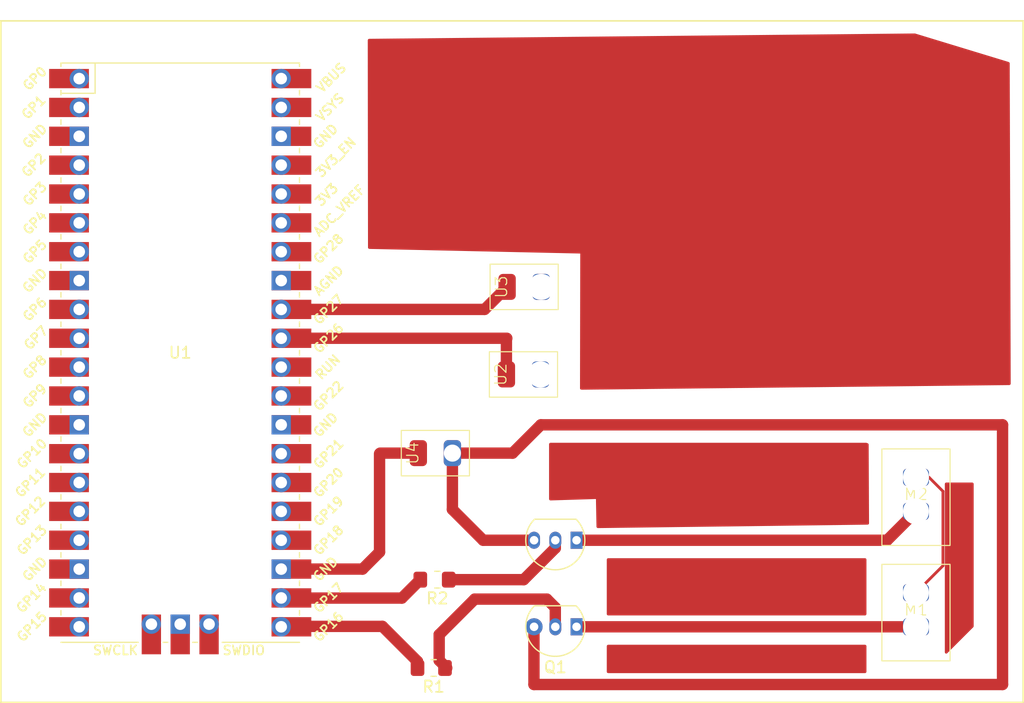
<source format=kicad_pcb>
(kicad_pcb (version 20221018) (generator pcbnew)
  (layers (0 "F.Cu" signal) (31 "B.Cu" signal) (34 "B.Paste" user) (35 "F.Paste" user) (36 "B.SilkS" user "B.Silkscreen") (37 "F.SilkS" user "F.Silkscreen") (38 "B.Mask" user) (39 "F.Mask" user) (44 "Edge.Cuts" user))
  (net 0 "")
  (net 1 "+9V")
  (net 2 "Net-(Q1-C)")
  (net 3 "Net-(Q2-C)")
  (net 4 "Net-(Q1-B)")
  (net 5 "Net-(Q1-E)")
  (net 6 "Net-(Q2-B)")
  (net 7 "Net-(U1-GPIO16)")
  (net 8 "Net-(U1-GPIO17)")
  (net 36 "Net-(U1-GPIO26_ADC0)")
  (net 37 "Net-(U1-GPIO27_ADC1)")
  (net 51 "Net-(U4-in)")
  (footprint "Resistor_SMD:R_0805_2012Metric_Pad1.20x1.40mm_HandSolder" (layer "F.Cu") (at 58.745482 179.689818 180)
    (fp_text reference "R2" (at 0 -1.65) (layer "F.SilkS"))
    (fp_text value "1k" hide)
    (fp_line (start -0.227064 -0.735) (end 0.227064 -0.735) (stroke (width 0.12)) (layer "F.SilkS"))
    (fp_line (start -0.227064 0.735) (end 0.227064 0.735) (stroke (width 0.12)) (layer "F.SilkS"))
    (pad "1" smd roundrect (at -1 0 180) (size 1.2 1.4) (layers "F.Cu" "F.Paste" "F.Mask") (roundrect_rratio 0.2083333333) (net 6 "Net-(Q2-B)"))
    (pad "2" smd roundrect (at 1.5 0 180) (size 1.2 1.4) (layers "F.Cu" "F.Paste" "F.Mask") (roundrect_rratio 0.2083333333) (net 8 "Net-(U1-GPIO17)"))
  )
  (footprint "Resistor_SMD:R_0805_2012Metric_Pad1.20x1.40mm_HandSolder" (layer "F.Cu") (at 58.42 187.465119 180)
    (fp_text reference "R1" (at 0 -1.65) (layer "F.SilkS"))
    (fp_text value "1k")
    (fp_line (start -0.227064 -0.735) (end 0.227064 -0.735) (stroke (width 0.12)) (layer "F.SilkS"))
    (fp_line (start -0.227064 0.735) (end 0.227064 0.735) (stroke (width 0.12)) (layer "F.SilkS"))
    (pad "1" smd roundrect (at -1 0 180) (size 1.2 1.4) (layers "F.Cu" "F.Paste" "F.Mask") (roundrect_rratio 0.2083333333) (net 4 "Net-(Q1-B)"))
    (pad "2" smd roundrect (at 1.42 0 180) (size 1.2 1.4) (layers "F.Cu" "F.Paste" "F.Mask") (roundrect_rratio 0.2083333333) (net 7 "Net-(U1-GPIO16)"))
  )
  (footprint "personalizado:punto para conectar" (layer "F.Cu") (at 57.072142 168.552211 90)
    (fp_text reference "U4" (at 0 -0.5 90 unlocked) (layer "F.SilkS") (effects (font (thickness 0.1))))
    (fp_text value "~")
    (fp_rect (start 2 -1.5) (end -2 4.5) (stroke (width 0.1)) (fill none) (layer "F.SilkS"))
    (pad "1" smd roundrect (at 0 0 90) (size 2.286 1.524) (layers "F.Cu" "F.Paste" "F.Mask") (net 51 "Net-(U4-in)") (clearance 0.5))
    (pad "2" thru_hole roundrect (at 0 3 90) (size 2.286 1.524) (drill 1.5) (layers "*.Cu" "*.Mask" "F.Paste") (net 5 "Net-(Q1-E)") (clearance 0.5))
  )
  (footprint "personalizado:punto para conectar" (layer "F.Cu") (at 64.887248 153.916838 90)
    (fp_text reference "U3" (at 0 -0.5 90 unlocked) (layer "F.SilkS") (effects (font (thickness 0.1))))
    (fp_text value "~")
    (fp_rect (start 2 -1.5) (end -2 4.5) (stroke (width 0.1)) (fill none) (layer "F.SilkS"))
    (pad "1" smd roundrect (at 0 0 90) (size 2.286 1.524) (layers "F.Cu" "F.Paste" "F.Mask") (net 37 "Net-(U1-GPIO27_ADC1)") (clearance 0.5))
    (pad "2" thru_hole roundrect (at 0 3 90) (size 2.286 1.524) (drill 2.5) (layers "*.Cu" "*.Mask") (clearance 0.5))
  )
  (footprint "personalizado:paso a paso" (layer "F.Cu") (at 100.88 172.68)
    (fp_text reference "M2" (at 0 -0.5 unlocked) (layer "F.SilkS") (effects (font (thickness 0.1))))
    (fp_text value "Motor_AC" hide)
    (fp_rect (start 3 -4.5) (end -3 4) (stroke (width 0.1)) (fill none) (layer "F.SilkS"))
    (pad "1" thru_hole roundrect (at 0 -2) (size 2.286 1.524) (drill 2.5) (layers "*.Cu" "*.Mask") (net 1 "+9V") (clearance 1))
    (pad "2" thru_hole roundrect (at 0 1) (size 2.286 1.524) (drill 2.5) (layers "*.Cu" "*.Mask") (net 3 "Net-(Q2-C)") (clearance 1))
  )
  (footprint "Package_TO_SOT_THT:TO-92_Inline" (layer "F.Cu") (at 70.4 176.22 180)
    (fp_text reference "Q2" hide)
    (fp_text value "BC337")
    (fp_line (start -0.53 1.85) (end 3.07 1.85) (stroke (width 0.12)) (layer "F.SilkS"))
    (fp_arc (start -0.568478 1.838478) (mid -1.132087 -0.994977) (end 1.27 -2.6) (stroke (width 0.12)) (layer "F.SilkS"))
    (fp_arc (start 1.27 -2.6) (mid 3.672087 -0.994977) (end 3.108478 1.838478) (stroke (width 0.12)) (layer "F.SilkS"))
    (pad "1" thru_hole rect (at -0.6 0 180) (size 1.05 1.5) (drill 0.75) (layers "*.Cu" "*.Mask") (net 3 "Net-(Q2-C)"))
    (pad "2" thru_hole oval (at 1.27 0 180) (size 1.05 1.5) (drill 0.75) (layers "*.Cu" "*.Mask") (net 6 "Net-(Q2-B)"))
    (pad "3" thru_hole oval (at 3.14 0 180) (size 1.05 1.5) (drill 0.75) (layers "*.Cu" "*.Mask") (net 5 "Net-(Q1-E)"))
  )
  (footprint "MCU_RaspberryPi_and_Boards:RPi_Pico_SMD_TH" (layer "F.Cu") (at 36.11 159.71)
    (fp_text reference "U1" (at 0 0) (layer "F.SilkS"))
    (fp_text value "Pico")
    (fp_text user "GP11" (at -13.2 11.43 45) (layer "F.SilkS") (effects (font (size 0.8 0.8))))
    (fp_text user "GP12" (at -13.2 13.97 45) (layer "F.SilkS") (effects (font (size 0.8 0.8))))
    (fp_text user "GP2" (at -12.9 -16.51 45) (layer "F.SilkS") (effects (font (size 0.8 0.8))))
    (fp_text user "GP27" (at 13.054 -3.8 45) (layer "F.SilkS") (effects (font (size 0.8 0.8))))
    (fp_text user "GP10" (at -13.054 8.89 45) (layer "F.SilkS") (effects (font (size 0.8 0.8))))
    (fp_text user "GP8" (at -12.8 1.27 45) (layer "F.SilkS") (effects (font (size 0.8 0.8))))
    (fp_text user "RUN" (at 13 1.27 45) (layer "F.SilkS") (effects (font (size 0.8 0.8))))
    (fp_text user "GP13" (at -13.054 16.51 45) (layer "F.SilkS") (effects (font (size 0.8 0.8))))
    (fp_text user "3V3_EN" (at 13.7 -17.2 45) (layer "F.SilkS") (effects (font (size 0.8 0.8))))
    (fp_text user "GP7" (at -12.7 -1.3 45) (layer "F.SilkS") (effects (font (size 0.8 0.8))))
    (fp_text user "GND" (at 12.8 19.05 45) (layer "F.SilkS") (effects (font (size 0.8 0.8))))
    (fp_text user "GND" (at -12.8 19.05 45) (layer "F.SilkS") (effects (font (size 0.8 0.8))))
    (fp_text user "GP0" (at -12.8 -24.13 45) (layer "F.SilkS") (effects (font (size 0.8 0.8))))
    (fp_text user "GP16" (at 13.054 24.13 45) (layer "F.SilkS") (effects (font (size 0.8 0.8))))
    (fp_text user "GND" (at -12.8 6.35 45) (layer "F.SilkS") (effects (font (size 0.8 0.8))))
    (fp_text user "GP26" (at 13.054 -1.27 45) (layer "F.SilkS") (effects (font (size 0.8 0.8))))
    (fp_text user "GP1" (at -12.9 -21.6 45) (layer "F.SilkS") (effects (font (size 0.8 0.8))))
    (fp_text user "GP19" (at 13.054 13.97 45) (layer "F.SilkS") (effects (font (size 0.8 0.8))))
    (fp_text user "SWDIO" (at 5.6 26.2) (layer "F.SilkS") (effects (font (size 0.8 0.8))))
    (fp_text user "GP6" (at -12.8 -3.81 45) (layer "F.SilkS") (effects (font (size 0.8 0.8))))
    (fp_text user "GP5" (at -12.8 -8.89 45) (layer "F.SilkS") (effects (font (size 0.8 0.8))))
    (fp_text user "VBUS" (at 13.3 -24.2 45) (layer "F.SilkS") (effects (font (size 0.8 0.8))))
    (fp_text user "GND" (at -12.8 -6.35 45) (layer "F.SilkS") (effects (font (size 0.8 0.8))))
    (fp_text user "GP21" (at 13.054 8.9 45) (layer "F.SilkS") (effects (font (size 0.8 0.8))))
    (fp_text user "GND" (at -12.8 -19.05 45) (layer "F.SilkS") (effects (font (size 0.8 0.8))))
    (fp_text user "AGND" (at 13.054 -6.35 45) (layer "F.SilkS") (effects (font (size 0.8 0.8))))
    (fp_text user "GP20" (at 13.054 11.43 45) (layer "F.SilkS") (effects (font (size 0.8 0.8))))
    (fp_text user "GP9" (at -12.8 3.81 45) (layer "F.SilkS") (effects (font (size 0.8 0.8))))
    (fp_text user "VSYS" (at 13.2 -21.59 45) (layer "F.SilkS") (effects (font (size 0.8 0.8))))
    (fp_text user "GP18" (at 13.054 16.51 45) (layer "F.SilkS") (effects (font (size 0.8 0.8))))
    (fp_text user "GP22" (at 13.054 3.81 45) (layer "F.SilkS") (effects (font (size 0.8 0.8))))
    (fp_text user "GP14" (at -13.1 21.59 45) (layer "F.SilkS") (effects (font (size 0.8 0.8))))
    (fp_text user "GP28" (at 13.054 -9.144 45) (layer "F.SilkS") (effects (font (size 0.8 0.8))))
    (fp_text user "GND" (at 12.8 -19.05 45) (layer "F.SilkS") (effects (font (size 0.8 0.8))))
    (fp_text user "GND" (at 12.8 6.35 45) (layer "F.SilkS") (effects (font (size 0.8 0.8))))
    (fp_text user "ADC_VREF" (at 14 -12.5 45) (layer "F.SilkS") (effects (font (size 0.8 0.8))))
    (fp_text user "SWCLK" (at -5.7 26.2) (layer "F.SilkS") (effects (font (size 0.8 0.8))))
    (fp_text user "3V3" (at 12.9 -13.9 45) (layer "F.SilkS") (effects (font (size 0.8 0.8))))
    (fp_text user "GP17" (at 13.054 21.59 45) (layer "F.SilkS") (effects (font (size 0.8 0.8))))
    (fp_text user "GP15" (at -13.054 24.13 45) (layer "F.SilkS") (effects (font (size 0.8 0.8))))
    (fp_text user "GP4" (at -12.8 -11.43 45) (layer "F.SilkS") (effects (font (size 0.8 0.8))))
    (fp_text user "GP3" (at -12.8 -13.97 45) (layer "F.SilkS") (effects (font (size 0.8 0.8))))
    (fp_line (start -10.5 -25.5) (end -10.5 -25.2) (stroke (width 0.12)) (layer "F.SilkS"))
    (fp_line (start -10.5 -25.5) (end 10.5 -25.5) (stroke (width 0.12)) (layer "F.SilkS"))
    (fp_line (start -10.5 -23.1) (end -10.5 -22.7) (stroke (width 0.12)) (layer "F.SilkS"))
    (fp_line (start -10.5 -22.833) (end -7.493 -22.833) (stroke (width 0.12)) (layer "F.SilkS"))
    (fp_line (start -10.5 -20.5) (end -10.5 -20.1) (stroke (width 0.12)) (layer "F.SilkS"))
    (fp_line (start -10.5 -18) (end -10.5 -17.6) (stroke (width 0.12)) (layer "F.SilkS"))
    (fp_line (start -10.5 -15.4) (end -10.5 -15) (stroke (width 0.12)) (layer "F.SilkS"))
    (fp_line (start -10.5 -12.9) (end -10.5 -12.5) (stroke (width 0.12)) (layer "F.SilkS"))
    (fp_line (start -10.5 -10.4) (end -10.5 -10) (stroke (width 0.12)) (layer "F.SilkS"))
    (fp_line (start -10.5 -7.8) (end -10.5 -7.4) (stroke (width 0.12)) (layer "F.SilkS"))
    (fp_line (start -10.5 -5.3) (end -10.5 -4.9) (stroke (width 0.12)) (layer "F.SilkS"))
    (fp_line (start -10.5 -2.7) (end -10.5 -2.3) (stroke (width 0.12)) (layer "F.SilkS"))
    (fp_line (start -10.5 -0.2) (end -10.5 0.2) (stroke (width 0.12)) (layer "F.SilkS"))
    (fp_line (start -10.5 2.3) (end -10.5 2.7) (stroke (width 0.12)) (layer "F.SilkS"))
    (fp_line (start -10.5 4.9) (end -10.5 5.3) (stroke (width 0.12)) (layer "F.SilkS"))
    (fp_line (start -10.5 7.4) (end -10.5 7.8) (stroke (width 0.12)) (layer "F.SilkS"))
    (fp_line (start -10.5 10) (end -10.5 10.4) (stroke (width 0.12)) (layer "F.SilkS"))
    (fp_line (start -10.5 12.5) (end -10.5 12.9) (stroke (width 0.12)) (layer "F.SilkS"))
    (fp_line (start -10.5 15.1) (end -10.5 15.5) (stroke (width 0.12)) (layer "F.SilkS"))
    (fp_line (start -10.5 17.6) (end -10.5 18) (stroke (width 0.12)) (layer "F.SilkS"))
    (fp_line (start -10.5 20.1) (end -10.5 20.5) (stroke (width 0.12)) (layer "F.SilkS"))
    (fp_line (start -10.5 22.7) (end -10.5 23.1) (stroke (width 0.12)) (layer "F.SilkS"))
    (fp_line (start -7.493 -22.833) (end -7.493 -25.5) (stroke (width 0.12)) (layer "F.SilkS"))
    (fp_line (start -3.7 25.5) (end -10.5 25.5) (stroke (width 0.12)) (layer "F.SilkS"))
    (fp_line (start -1.5 25.5) (end -1.1 25.5) (stroke (width 0.12)) (layer "F.SilkS"))
    (fp_line (start 1.1 25.5) (end 1.5 25.5) (stroke (width 0.12)) (layer "F.SilkS"))
    (fp_line (start 10.5 -25.5) (end 10.5 -25.2) (stroke (width 0.12)) (layer "F.SilkS"))
    (fp_line (start 10.5 -23.1) (end 10.5 -22.7) (stroke (width 0.12)) (layer "F.SilkS"))
    (fp_line (start 10.5 -20.5) (end 10.5 -20.1) (stroke (width 0.12)) (layer "F.SilkS"))
    (fp_line (start 10.5 -18) (end 10.5 -17.6) (stroke (width 0.12)) (layer "F.SilkS"))
    (fp_line (start 10.5 -15.4) (end 10.5 -15) (stroke (width 0.12)) (layer "F.SilkS"))
    (fp_line (start 10.5 -12.9) (end 10.5 -12.5) (stroke (width 0.12)) (layer "F.SilkS"))
    (fp_line (start 10.5 -10.4) (end 10.5 -10) (stroke (width 0.12)) (layer "F.SilkS"))
    (fp_line (start 10.5 -7.8) (end 10.5 -7.4) (stroke (width 0.12)) (layer "F.SilkS"))
    (fp_line (start 10.5 -5.3) (end 10.5 -4.9) (stroke (width 0.12)) (layer "F.SilkS"))
    (fp_line (start 10.5 -2.7) (end 10.5 -2.3) (stroke (width 0.12)) (layer "F.SilkS"))
    (fp_line (start 10.5 -0.2) (end 10.5 0.2) (stroke (width 0.12)) (layer "F.SilkS"))
    (fp_line (start 10.5 2.3) (end 10.5 2.7) (stroke (width 0.12)) (layer "F.SilkS"))
    (fp_line (start 10.5 4.9) (end 10.5 5.3) (stroke (width 0.12)) (layer "F.SilkS"))
    (fp_line (start 10.5 7.4) (end 10.5 7.8) (stroke (width 0.12)) (layer "F.SilkS"))
    (fp_line (start 10.5 10) (end 10.5 10.4) (stroke (width 0.12)) (layer "F.SilkS"))
    (fp_line (start 10.5 12.5) (end 10.5 12.9) (stroke (width 0.12)) (layer "F.SilkS"))
    (fp_line (start 10.5 15.1) (end 10.5 15.5) (stroke (width 0.12)) (layer "F.SilkS"))
    (fp_line (start 10.5 17.6) (end 10.5 18) (stroke (width 0.12)) (layer "F.SilkS"))
    (fp_line (start 10.5 20.1) (end 10.5 20.5) (stroke (width 0.12)) (layer "F.SilkS"))
    (fp_line (start 10.5 22.7) (end 10.5 23.1) (stroke (width 0.12)) (layer "F.SilkS"))
    (fp_line (start 10.5 25.5) (end 3.7 25.5) (stroke (width 0.12)) (layer "F.SilkS"))
    (pad "" np_thru_hole oval (at -2.725 -24) (size 1.8 1.8) (drill 1.8) (layers "*.Cu" "*.Mask"))
    (pad "" np_thru_hole oval (at -2.425 -20.97) (size 1.5 1.5) (drill 1.5) (layers "*.Cu" "*.Mask"))
    (pad "" np_thru_hole oval (at 2.425 -20.97) (size 1.5 1.5) (drill 1.5) (layers "*.Cu" "*.Mask"))
    (pad "" np_thru_hole oval (at 2.725 -24) (size 1.8 1.8) (drill 1.8) (layers "*.Cu" "*.Mask"))
    (pad "1" thru_hole oval (at -8.89 -24.13) (size 1.7 1.7) (drill 1.02) (layers "*.Cu" "*.Mask"))
    (pad "1" smd rect (at -8.89 -24.13) (size 3.5 1.7) (drill (offset -0.9 0)) (layers "F.Cu" "F.Mask"))
    (pad "2" thru_hole oval (at -8.89 -21.59) (size 1.7 1.7) (drill 1.02) (layers "*.Cu" "*.Mask"))
    (pad "2" smd rect (at -8.89 -21.59) (size 3.5 1.7) (drill (offset -0.9 0)) (layers "F.Cu" "F.Mask"))
    (pad "3" thru_hole rect (at -8.89 -19.05) (size 1.7 1.7) (drill 1.02) (layers "*.Cu" "*.Mask"))
    (pad "3" smd rect (at -8.89 -19.05) (size 3.5 1.7) (drill (offset -0.9 0)) (layers "F.Cu" "F.Mask"))
    (pad "4" thru_hole oval (at -8.89 -16.51) (size 1.7 1.7) (drill 1.02) (layers "*.Cu" "*.Mask"))
    (pad "4" smd rect (at -8.89 -16.51) (size 3.5 1.7) (drill (offset -0.9 0)) (layers "F.Cu" "F.Mask"))
    (pad "5" thru_hole oval (at -8.89 -13.97) (size 1.7 1.7) (drill 1.02) (layers "*.Cu" "*.Mask"))
    (pad "5" smd rect (at -8.89 -13.97) (size 3.5 1.7) (drill (offset -0.9 0)) (layers "F.Cu" "F.Mask"))
    (pad "6" thru_hole oval (at -8.89 -11.43) (size 1.7 1.7) (drill 1.02) (layers "*.Cu" "*.Mask"))
    (pad "6" smd rect (at -8.89 -11.43) (size 3.5 1.7) (drill (offset -0.9 0)) (layers "F.Cu" "F.Mask"))
    (pad "7" thru_hole oval (at -8.89 -8.89) (size 1.7 1.7) (drill 1.02) (layers "*.Cu" "*.Mask"))
    (pad "7" smd rect (at -8.89 -8.89) (size 3.5 1.7) (drill (offset -0.9 0)) (layers "F.Cu" "F.Mask"))
    (pad "8" thru_hole rect (at -8.89 -6.35) (size 1.7 1.7) (drill 1.02) (layers "*.Cu" "*.Mask"))
    (pad "8" smd rect (at -8.89 -6.35) (size 3.5 1.7) (drill (offset -0.9 0)) (layers "F.Cu" "F.Mask"))
    (pad "9" thru_hole oval (at -8.89 -3.81) (size 1.7 1.7) (drill 1.02) (layers "*.Cu" "*.Mask"))
    (pad "9" smd rect (at -8.89 -3.81) (size 3.5 1.7) (drill (offset -0.9 0)) (layers "F.Cu" "F.Mask"))
    (pad "10" thru_hole oval (at -8.89 -1.27) (size 1.7 1.7) (drill 1.02) (layers "*.Cu" "*.Mask"))
    (pad "10" smd rect (at -8.89 -1.27) (size 3.5 1.7) (drill (offset -0.9 0)) (layers "F.Cu" "F.Mask"))
    (pad "11" thru_hole oval (at -8.89 1.27) (size 1.7 1.7) (drill 1.02) (layers "*.Cu" "*.Mask"))
    (pad "11" smd rect (at -8.89 1.27) (size 3.5 1.7) (drill (offset -0.9 0)) (layers "F.Cu" "F.Mask"))
    (pad "12" thru_hole oval (at -8.89 3.81) (size 1.7 1.7) (drill 1.02) (layers "*.Cu" "*.Mask"))
    (pad "12" smd rect (at -8.89 3.81) (size 3.5 1.7) (drill (offset -0.9 0)) (layers "F.Cu" "F.Mask"))
    (pad "13" thru_hole rect (at -8.89 6.35) (size 1.7 1.7) (drill 1.02) (layers "*.Cu" "*.Mask"))
    (pad "13" smd rect (at -8.89 6.35) (size 3.5 1.7) (drill (offset -0.9 0)) (layers "F.Cu" "F.Mask"))
    (pad "14" thru_hole oval (at -8.89 8.89) (size 1.7 1.7) (drill 1.02) (layers "*.Cu" "*.Mask"))
    (pad "14" smd rect (at -8.89 8.89) (size 3.5 1.7) (drill (offset -0.9 0)) (layers "F.Cu" "F.Mask"))
    (pad "15" thru_hole oval (at -8.89 11.43) (size 1.7 1.7) (drill 1.02) (layers "*.Cu" "*.Mask"))
    (pad "15" smd rect (at -8.89 11.43) (size 3.5 1.7) (drill (offset -0.9 0)) (layers "F.Cu" "F.Mask"))
    (pad "16" thru_hole oval (at -8.89 13.97) (size 1.7 1.7) (drill 1.02) (layers "*.Cu" "*.Mask"))
    (pad "16" smd rect (at -8.89 13.97) (size 3.5 1.7) (drill (offset -0.9 0)) (layers "F.Cu" "F.Mask"))
    (pad "17" thru_hole oval (at -8.89 16.51) (size 1.7 1.7) (drill 1.02) (layers "*.Cu" "*.Mask"))
    (pad "17" smd rect (at -8.89 16.51) (size 3.5 1.7) (drill (offset -0.9 0)) (layers "F.Cu" "F.Mask"))
    (pad "18" thru_hole rect (at -8.89 19.05) (size 1.7 1.7) (drill 1.02) (layers "*.Cu" "*.Mask"))
    (pad "18" smd rect (at -8.89 19.05) (size 3.5 1.7) (drill (offset -0.9 0)) (layers "F.Cu" "F.Mask"))
    (pad "19" thru_hole oval (at -8.89 21.59) (size 1.7 1.7) (drill 1.02) (layers "*.Cu" "*.Mask"))
    (pad "19" smd rect (at -8.89 21.59) (size 3.5 1.7) (drill (offset -0.9 0)) (layers "F.Cu" "F.Mask"))
    (pad "20" thru_hole oval (at -8.89 24.13) (size 1.7 1.7) (drill 1.02) (layers "*.Cu" "*.Mask"))
    (pad "20" smd rect (at -8.89 24.13) (size 3.5 1.7) (drill (offset -0.9 0)) (layers "F.Cu" "F.Mask"))
    (pad "21" thru_hole oval (at 8.89 24.13) (size 1.7 1.7) (drill 1.02) (layers "*.Cu" "*.Mask") (net 7 "Net-(U1-GPIO16)"))
    (pad "21" smd rect (at 8.89 24.13) (size 3.5 1.7) (drill (offset 0.9 0)) (layers "F.Cu" "F.Mask") (net 7 "Net-(U1-GPIO16)"))
    (pad "22" thru_hole oval (at 8.89 21.59) (size 1.7 1.7) (drill 1.02) (layers "*.Cu" "*.Mask") (net 8 "Net-(U1-GPIO17)"))
    (pad "22" smd rect (at 8.89 21.59) (size 3.5 1.7) (drill (offset 0.9 0)) (layers "F.Cu" "F.Mask") (net 8 "Net-(U1-GPIO17)"))
    (pad "23" thru_hole rect (at 8.89 19.05) (size 1.7 1.7) (drill 1.02) (layers "*.Cu" "*.Mask") (net 51 "Net-(U4-in)"))
    (pad "23" smd rect (at 8.89 19.05) (size 3.5 1.7) (drill (offset 0.9 0)) (layers "F.Cu" "F.Mask") (net 51 "Net-(U4-in)"))
    (pad "24" thru_hole oval (at 8.89 16.51) (size 1.7 1.7) (drill 1.02) (layers "*.Cu" "*.Mask"))
    (pad "24" smd rect (at 8.89 16.51) (size 3.5 1.7) (drill (offset 0.9 0)) (layers "F.Cu" "F.Mask"))
    (pad "25" thru_hole oval (at 8.89 13.97) (size 1.7 1.7) (drill 1.02) (layers "*.Cu" "*.Mask"))
    (pad "25" smd rect (at 8.89 13.97) (size 3.5 1.7) (drill (offset 0.9 0)) (layers "F.Cu" "F.Mask"))
    (pad "26" thru_hole oval (at 8.89 11.43) (size 1.7 1.7) (drill 1.02) (layers "*.Cu" "*.Mask"))
    (pad "26" smd rect (at 8.89 11.43) (size 3.5 1.7) (drill (offset 0.9 0)) (layers "F.Cu" "F.Mask"))
    (pad "27" thru_hole oval (at 8.89 8.89) (size 1.7 1.7) (drill 1.02) (layers "*.Cu" "*.Mask"))
    (pad "27" smd rect (at 8.89 8.89) (size 3.5 1.7) (drill (offset 0.9 0)) (layers "F.Cu" "F.Mask"))
    (pad "28" thru_hole rect (at 8.89 6.35) (size 1.7 1.7) (drill 1.02) (layers "*.Cu" "*.Mask"))
    (pad "28" smd rect (at 8.89 6.35) (size 3.5 1.7) (drill (offset 0.9 0)) (layers "F.Cu" "F.Mask"))
    (pad "29" thru_hole oval (at 8.89 3.81) (size 1.7 1.7) (drill 1.02) (layers "*.Cu" "*.Mask"))
    (pad "29" smd rect (at 8.89 3.81) (size 3.5 1.7) (drill (offset 0.9 0)) (layers "F.Cu" "F.Mask"))
    (pad "30" thru_hole oval (at 8.89 1.27) (size 1.7 1.7) (drill 1.02) (layers "*.Cu" "*.Mask"))
    (pad "30" smd rect (at 8.89 1.27) (size 3.5 1.7) (drill (offset 0.9 0)) (layers "F.Cu" "F.Mask"))
    (pad "31" thru_hole oval (at 8.89 -1.27) (size 1.7 1.7) (drill 1.02) (layers "*.Cu" "*.Mask") (net 36 "Net-(U1-GPIO26_ADC0)"))
    (pad "31" smd rect (at 8.89 -1.27) (size 3.5 1.7) (drill (offset 0.9 0)) (layers "F.Cu" "F.Mask") (net 36 "Net-(U1-GPIO26_ADC0)"))
    (pad "32" thru_hole oval (at 8.89 -3.81) (size 1.7 1.7) (drill 1.02) (layers "*.Cu" "*.Mask") (net 37 "Net-(U1-GPIO27_ADC1)"))
    (pad "32" smd rect (at 8.89 -3.81) (size 3.5 1.7) (drill (offset 0.9 0)) (layers "F.Cu" "F.Mask") (net 37 "Net-(U1-GPIO27_ADC1)"))
    (pad "33" thru_hole rect (at 8.89 -6.35) (size 1.7 1.7) (drill 1.02) (layers "*.Cu" "*.Mask"))
    (pad "33" smd rect (at 8.89 -6.35) (size 3.5 1.7) (drill (offset 0.9 0)) (layers "F.Cu" "F.Mask"))
    (pad "34" thru_hole oval (at 8.89 -8.89) (size 1.7 1.7) (drill 1.02) (layers "*.Cu" "*.Mask"))
    (pad "34" smd rect (at 8.89 -8.89) (size 3.5 1.7) (drill (offset 0.9 0)) (layers "F.Cu" "F.Mask"))
    (pad "35" thru_hole oval (at 8.89 -11.43) (size 1.7 1.7) (drill 1.02) (layers "*.Cu" "*.Mask"))
    (pad "35" smd rect (at 8.89 -11.43) (size 3.5 1.7) (drill (offset 0.9 0)) (layers "F.Cu" "F.Mask"))
    (pad "36" thru_hole oval (at 8.89 -13.97) (size 1.7 1.7) (drill 1.02) (layers "*.Cu" "*.Mask"))
    (pad "36" smd rect (at 8.89 -13.97) (size 3.5 1.7) (drill (offset 0.9 0)) (layers "F.Cu" "F.Mask"))
    (pad "37" thru_hole oval (at 8.89 -16.51) (size 1.7 1.7) (drill 1.02) (layers "*.Cu" "*.Mask"))
    (pad "37" smd rect (at 8.89 -16.51) (size 3.5 1.7) (drill (offset 0.9 0)) (layers "F.Cu" "F.Mask"))
    (pad "38" thru_hole rect (at 8.89 -19.05) (size 1.7 1.7) (drill 1.02) (layers "*.Cu" "*.Mask"))
    (pad "38" smd rect (at 8.89 -19.05) (size 3.5 1.7) (drill (offset 0.9 0)) (layers "F.Cu" "F.Mask"))
    (pad "39" thru_hole oval (at 8.89 -21.59) (size 1.7 1.7) (drill 1.02) (layers "*.Cu" "*.Mask"))
    (pad "39" smd rect (at 8.89 -21.59) (size 3.5 1.7) (drill (offset 0.9 0)) (layers "F.Cu" "F.Mask"))
    (pad "40" thru_hole oval (at 8.89 -24.13) (size 1.7 1.7) (drill 1.02) (layers "*.Cu" "*.Mask"))
    (pad "40" smd rect (at 8.89 -24.13) (size 3.5 1.7) (drill (offset 0.9 0)) (layers "F.Cu" "F.Mask"))
    (pad "41" thru_hole oval (at -2.54 23.9) (size 1.7 1.7) (drill 1.02) (layers "*.Cu" "*.Mask"))
    (pad "41" smd rect (at -2.54 23.9 90) (size 3.5 1.7) (drill (offset -0.9 0)) (layers "F.Cu" "F.Mask"))
    (pad "42" thru_hole rect (at 0 23.9) (size 1.7 1.7) (drill 1.02) (layers "*.Cu" "*.Mask"))
    (pad "42" smd rect (at 0 23.9 90) (size 3.5 1.7) (drill (offset -0.9 0)) (layers "F.Cu" "F.Mask"))
    (pad "43" thru_hole oval (at 2.54 23.9) (size 1.7 1.7) (drill 1.02) (layers "*.Cu" "*.Mask"))
    (pad "43" smd rect (at 2.54 23.9 90) (size 3.5 1.7) (drill (offset -0.9 0)) (layers "F.Cu" "F.Mask"))
  )
  (footprint "personalizado:paso a paso" (layer "F.Cu") (at 100.88 182.84)
    (fp_text reference "M1" (at 0 -0.5 unlocked) (layer "F.SilkS") (effects (font (thickness 0.1))))
    (fp_text value "Motor_AC" hide)
    (fp_rect (start 3 -4.5) (end -3 4) (stroke (width 0.1)) (fill none) (layer "F.SilkS"))
    (pad "1" thru_hole roundrect (at 0 -2) (size 2.286 1.524) (drill 2.5) (layers "*.Cu" "*.Mask") (net 1 "+9V") (clearance 1))
    (pad "2" thru_hole roundrect (at 0 1) (size 2.286 1.524) (drill 2.5) (layers "*.Cu" "*.Mask") (net 2 "Net-(Q1-C)") (clearance 1))
  )
  (footprint "Package_TO_SOT_THT:TO-92_Inline" (layer "F.Cu") (at 70.4 183.84 180)
    (fp_text reference "Q1" (at 1.27 -3.56) (layer "F.SilkS"))
    (fp_text value "BC337")
    (fp_line (start -0.53 1.85) (end 3.07 1.85) (stroke (width 0.12)) (layer "F.SilkS"))
    (fp_arc (start -0.568478 1.838478) (mid -1.132087 -0.994977) (end 1.27 -2.6) (stroke (width 0.12)) (layer "F.SilkS"))
    (fp_arc (start 1.27 -2.6) (mid 3.672087 -0.994977) (end 3.108478 1.838478) (stroke (width 0.12)) (layer "F.SilkS"))
    (pad "1" thru_hole rect (at -0.6 0 180) (size 1.05 1.5) (drill 0.75) (layers "*.Cu" "*.Mask") (net 2 "Net-(Q1-C)"))
    (pad "2" thru_hole oval (at 1.27 0 180) (size 1.05 1.5) (drill 0.75) (layers "*.Cu" "*.Mask") (net 4 "Net-(Q1-B)"))
    (pad "3" thru_hole oval (at 3.14 0 180) (size 1.5 1.5) (drill 0.75) (layers "*.Cu" "*.Mask") (net 5 "Net-(Q1-E)"))
  )
  (footprint "personalizado:punto para conectar" (layer "F.Cu") (at 64.826321 161.625093 90)
    (fp_text reference "U2" (at 0 -0.5 90 unlocked) (layer "F.SilkS") (effects (font (thickness 0.1))))
    (fp_text value "~")
    (fp_rect (start 2 -1.5) (end -2 4.5) (stroke (width 0.1)) (fill none) (layer "F.SilkS"))
    (pad "1" smd roundrect (at 0 0 90) (size 2.286 1.524) (layers "F.Cu" "F.Paste" "F.Mask") (net 36 "Net-(U1-GPIO26_ADC0)") (clearance 0.5))
    (pad "2" thru_hole roundrect (at 0 3 90) (size 2.286 1.524) (drill 2.5) (layers "*.Cu" "*.Mask") (clearance 0.5))
  )
  (gr_rect (start 20.32 130.5) (end 110.32 190.5) (stroke (width 0.15)) (fill none) (layer "F.SilkS"))
  (segment (start 103.255 171.912) (end 103.255 178.465) (width 0.25) (layer "F.Cu") (net 1))
  (segment (start 102.023 170.68) (end 103.255 171.912) (width 0.25) (layer "F.Cu") (net 1))
  (segment (start 103.255 178.465) (end 100.88 180.84) (width 0.25) (layer "F.Cu") (net 1))
  (segment (start 100.88 170.68) (end 102.023 170.68) (width 0.25) (layer "F.Cu") (net 1))
  (segment (start 71 183.84) (end 100.88 183.84) (width 1) (layer "F.Cu") (net 2))
  (segment (start 71 176.22) (end 98.34 176.22) (width 1) (layer "F.Cu") (net 3))
  (segment (start 98.34 176.22) (end 100.88 173.68) (width 1) (layer "F.Cu") (net 3))
  (segment (start 58.907273 186.79891) (end 59.573482 187.465119) (width 1) (layer "F.Cu") (net 4))
  (segment (start 69.13 182.151092) (end 68.381006 181.402098) (width 1) (layer "F.Cu") (net 4))
  (segment (start 62.036111 181.402098) (end 58.907273 184.530936) (width 1) (layer "F.Cu") (net 4))
  (segment (start 69.13 183.84) (end 69.13 182.151092) (width 1) (layer "F.Cu") (net 4))
  (segment (start 69.13 184.26) (end 69.13 183.84) (width 0.25) (layer "F.Cu") (net 4))
  (segment (start 68.381006 181.402098) (end 62.036111 181.402098) (width 1) (layer "F.Cu") (net 4))
  (segment (start 58.907273 184.530936) (end 58.907273 186.79891) (width 1) (layer "F.Cu") (net 4))
  (segment (start 108.5 188.92) (end 67.250041 188.92) (width 1) (layer "F.Cu") (net 5))
  (segment (start 67.26 176.22) (end 62.78 176.22) (width 1) (layer "F.Cu") (net 5))
  (segment (start 60.072142 168.552211) (end 65.367789 168.552211) (width 1) (layer "F.Cu") (net 5))
  (segment (start 67.250041 188.92) (end 67.250041 183.849959) (width 1) (layer "F.Cu") (net 5))
  (segment (start 62.78 176.22) (end 60.072142 173.512142) (width 1) (layer "F.Cu") (net 5))
  (segment (start 67.86 166.06) (end 108.5 166.06) (width 1) (layer "F.Cu") (net 5))
  (segment (start 65.367789 168.552211) (end 67.86 166.06) (width 1) (layer "F.Cu") (net 5))
  (segment (start 60.072142 173.512142) (end 60.072142 168.552211) (width 1) (layer "F.Cu") (net 5))
  (segment (start 108.5 166.06) (end 108.5 188.92) (width 1) (layer "F.Cu") (net 5))
  (segment (start 67.250041 183.849959) (end 67.26 183.84) (width 1) (layer "F.Cu") (net 5))
  (segment (start 66.347594 179.689818) (end 69.13 176.907412) (width 1) (layer "F.Cu") (net 6))
  (segment (start 59.745482 179.689818) (end 66.347594 179.689818) (width 1) (layer "F.Cu") (net 6))
  (segment (start 69.13 176.907412) (end 69.13 176.77) (width 1) (layer "F.Cu") (net 6))
  (segment (start 69.13 176.77) (end 69.13 176.22) (width 0.25) (layer "F.Cu") (net 6))
  (segment (start 53.912668 183.804306) (end 45.035694 183.804306) (width 1) (layer "F.Cu") (net 7))
  (segment (start 45.035694 183.804306) (end 45 183.84) (width 0.25) (layer "F.Cu") (net 7))
  (segment (start 57 186.891638) (end 53.912668 183.804306) (width 1) (layer "F.Cu") (net 7))
  (segment (start 57 187.465119) (end 57 186.891638) (width 1) (layer "F.Cu") (net 7))
  (segment (start 57.245482 179.689818) (end 55.624182 181.311118) (width 1) (layer "F.Cu") (net 8))
  (segment (start 55.624182 181.311118) (end 45.011118 181.311118) (width 1) (layer "F.Cu") (net 8))
  (segment (start 45.011118 181.311118) (end 45 181.3) (width 0.25) (layer "F.Cu") (net 8))
  (segment (start 64.826321 161.625093) (end 64.826321 158.473679) (width 1) (layer "F.Cu") (net 36))
  (segment (start 64.86 158.44) (end 45 158.44) (width 1) (layer "F.Cu") (net 36))
  (segment (start 64.826321 158.473679) (end 64.86 158.44) (width 0.25) (layer "F.Cu") (net 36))
  (segment (start 64.887248 153.916838) (end 62.904086 155.9) (width 1) (layer "F.Cu") (net 37))
  (segment (start 62.904086 155.9) (end 45 155.9) (width 1) (layer "F.Cu") (net 37))
  (segment (start 53.707149 168.552211) (end 53.656925 168.602435) (width 0.25) (layer "F.Cu") (net 51))
  (segment (start 52.16 178.76) (end 45 178.76) (width 1) (layer "F.Cu") (net 51))
  (segment (start 53.656925 177.263075) (end 52.16 178.76) (width 1) (layer "F.Cu") (net 51))
  (segment (start 57.072142 168.552211) (end 53.707149 168.552211) (width 1) (layer "F.Cu") (net 51))
  (segment (start 53.656925 168.602435) (end 53.656925 177.263075) (width 1) (layer "F.Cu") (net 51))
  (zone (net 0) (net_name "") (layer "F.Cu") (priority 4) (connect_pads (clearance 0.5)) (min_thickness 0.25) (fill yes (thermal_gap 0.5) (thermal_bridge_width 0.5) (island_removal_mode 1) (island_area_min 10))
    (polygon (pts (xy 96.52 185.42) (xy 96.52 187.96) (xy 73.66 187.96) (xy 73.66 185.42)))
  )
  (zone (net 0) (net_name "") (layer "F.Cu") (priority 3) (connect_pads (clearance 0.5)) (min_thickness 0.25) (fill yes (thermal_gap 0.5) (thermal_bridge_width 0.5) (island_removal_mode 1) (island_area_min 10))
    (polygon (pts (xy 96.52 177.8) (xy 96.52 182.88) (xy 73.66 182.88) (xy 73.66 177.8)))
  )
  (zone (net 0) (net_name "") (layer "F.Cu") (priority 2) (connect_pads (clearance 0.5)) (min_thickness 0.25) (fill yes (thermal_gap 0.5) (thermal_bridge_width 0.5) (island_removal_mode 1) (island_area_min 10))
    (polygon (pts (xy 96.52 167.64) (xy 68.58 167.64) (xy 68.58 172.72) (xy 72.706533 172.590741) (xy 72.756756 175.152153) (xy 96.748922 174.846924) (xy 96.715439 167.715148)))
  )
  (zone (net 51) (net_name "Net-(U4-in)") (layer "F.Cu") (connect_pads (clearance 0.5)) (min_thickness 0.25) (fill yes (thermal_gap 0.5) (thermal_bridge_width 0.5))
    (polygon (pts (xy 109.131966 134.148536) (xy 109.22 162.56) (xy 71.303605 162.969581) (xy 71.324956 150.981682) (xy 52.641351 150.572101) (xy 52.62 132.08) (xy 100.791966 131.608536)))
  )
  (zone (net 1) (net_name "+9V") (layer "F.Cu") (priority 1) (connect_pads (clearance 0.5)) (min_thickness 0.25) (fill yes (thermal_gap 0.5) (thermal_bridge_width 0.5))
    (polygon (pts (xy 105.96 171.14) (xy 103.42 171.14) (xy 103.42 186.38) (xy 105.96 183.84)))
  )
)
</source>
